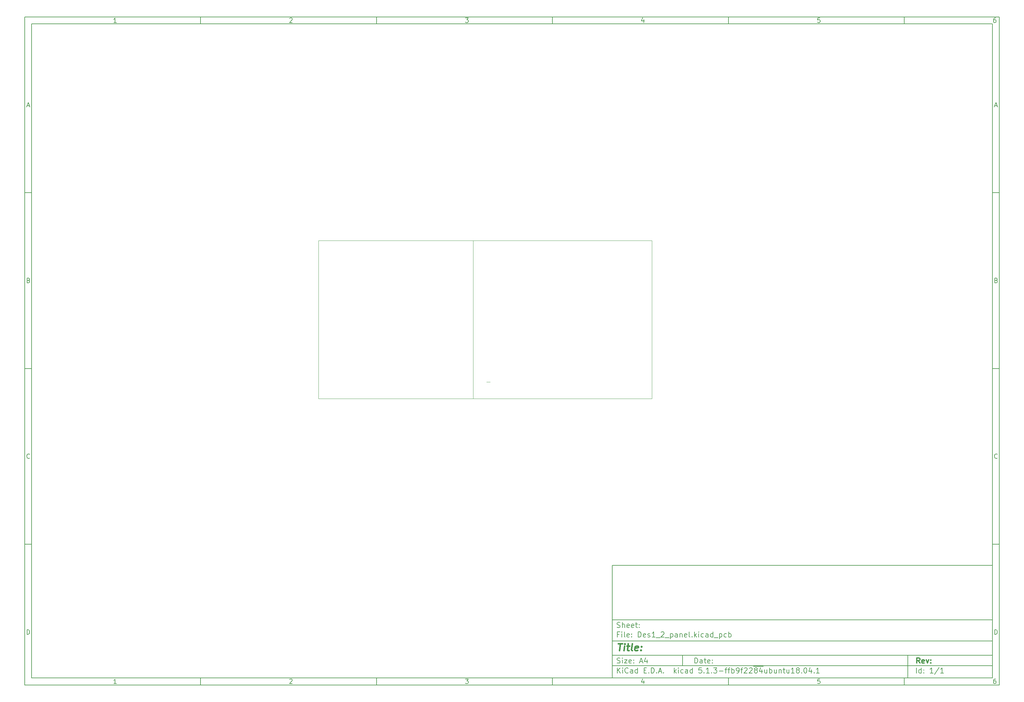
<source format=gbr>
%TF.GenerationSoftware,KiCad,Pcbnew,5.1.3-ffb9f22~84~ubuntu18.04.1*%
%TF.CreationDate,2019-07-26T17:01:45+03:00*%
%TF.ProjectId,Des1_2_panel,44657331-5f32-45f7-9061-6e656c2e6b69,rev?*%
%TF.SameCoordinates,Original*%
%TF.FileFunction,Profile,NP*%
%FSLAX45Y45*%
G04 Gerber Fmt 4.5, Leading zero omitted, Abs format (unit mm)*
G04 Created by KiCad (PCBNEW 5.1.3-ffb9f22~84~ubuntu18.04.1) date 2019-07-26 17:01:45*
%MOMM*%
%LPD*%
G04 APERTURE LIST*
%ADD10C,0.100000*%
%ADD11C,0.150000*%
%ADD12C,0.300000*%
%ADD13C,0.400000*%
G04 APERTURE END LIST*
D10*
D11*
X17700220Y-16600720D02*
X17700220Y-19800720D01*
X28500220Y-19800720D01*
X28500220Y-16600720D01*
X17700220Y-16600720D01*
D10*
D11*
X1000000Y-1000000D02*
X1000000Y-20000720D01*
X28700220Y-20000720D01*
X28700220Y-1000000D01*
X1000000Y-1000000D01*
D10*
D11*
X1200000Y-1200000D02*
X1200000Y-19800720D01*
X28500220Y-19800720D01*
X28500220Y-1200000D01*
X1200000Y-1200000D01*
D10*
D11*
X6000000Y-1200000D02*
X6000000Y-1000000D01*
D10*
D11*
X11000000Y-1200000D02*
X11000000Y-1000000D01*
D10*
D11*
X16000000Y-1200000D02*
X16000000Y-1000000D01*
D10*
D11*
X21000000Y-1200000D02*
X21000000Y-1000000D01*
D10*
D11*
X26000000Y-1200000D02*
X26000000Y-1000000D01*
D10*
D11*
X3606548Y-1158810D02*
X3532262Y-1158810D01*
X3569405Y-1158810D02*
X3569405Y-1028809D01*
X3557024Y-1047381D01*
X3544643Y-1059762D01*
X3532262Y-1065952D01*
D10*
D11*
X8532262Y-1041190D02*
X8538452Y-1035000D01*
X8550833Y-1028809D01*
X8581786Y-1028809D01*
X8594167Y-1035000D01*
X8600357Y-1041190D01*
X8606548Y-1053571D01*
X8606548Y-1065952D01*
X8600357Y-1084524D01*
X8526071Y-1158810D01*
X8606548Y-1158810D01*
D10*
D11*
X13526071Y-1028809D02*
X13606548Y-1028809D01*
X13563214Y-1078333D01*
X13581786Y-1078333D01*
X13594167Y-1084524D01*
X13600357Y-1090714D01*
X13606548Y-1103095D01*
X13606548Y-1134048D01*
X13600357Y-1146429D01*
X13594167Y-1152619D01*
X13581786Y-1158810D01*
X13544643Y-1158810D01*
X13532262Y-1152619D01*
X13526071Y-1146429D01*
D10*
D11*
X18594167Y-1072143D02*
X18594167Y-1158810D01*
X18563214Y-1022619D02*
X18532262Y-1115476D01*
X18612738Y-1115476D01*
D10*
D11*
X23600357Y-1028809D02*
X23538452Y-1028809D01*
X23532262Y-1090714D01*
X23538452Y-1084524D01*
X23550833Y-1078333D01*
X23581786Y-1078333D01*
X23594167Y-1084524D01*
X23600357Y-1090714D01*
X23606548Y-1103095D01*
X23606548Y-1134048D01*
X23600357Y-1146429D01*
X23594167Y-1152619D01*
X23581786Y-1158810D01*
X23550833Y-1158810D01*
X23538452Y-1152619D01*
X23532262Y-1146429D01*
D10*
D11*
X28594167Y-1028809D02*
X28569405Y-1028809D01*
X28557024Y-1035000D01*
X28550833Y-1041190D01*
X28538452Y-1059762D01*
X28532262Y-1084524D01*
X28532262Y-1134048D01*
X28538452Y-1146429D01*
X28544643Y-1152619D01*
X28557024Y-1158810D01*
X28581786Y-1158810D01*
X28594167Y-1152619D01*
X28600357Y-1146429D01*
X28606548Y-1134048D01*
X28606548Y-1103095D01*
X28600357Y-1090714D01*
X28594167Y-1084524D01*
X28581786Y-1078333D01*
X28557024Y-1078333D01*
X28544643Y-1084524D01*
X28538452Y-1090714D01*
X28532262Y-1103095D01*
D10*
D11*
X6000000Y-19800720D02*
X6000000Y-20000720D01*
D10*
D11*
X11000000Y-19800720D02*
X11000000Y-20000720D01*
D10*
D11*
X16000000Y-19800720D02*
X16000000Y-20000720D01*
D10*
D11*
X21000000Y-19800720D02*
X21000000Y-20000720D01*
D10*
D11*
X26000000Y-19800720D02*
X26000000Y-20000720D01*
D10*
D11*
X3606548Y-19959530D02*
X3532262Y-19959530D01*
X3569405Y-19959530D02*
X3569405Y-19829530D01*
X3557024Y-19848101D01*
X3544643Y-19860482D01*
X3532262Y-19866672D01*
D10*
D11*
X8532262Y-19841910D02*
X8538452Y-19835720D01*
X8550833Y-19829530D01*
X8581786Y-19829530D01*
X8594167Y-19835720D01*
X8600357Y-19841910D01*
X8606548Y-19854291D01*
X8606548Y-19866672D01*
X8600357Y-19885244D01*
X8526071Y-19959530D01*
X8606548Y-19959530D01*
D10*
D11*
X13526071Y-19829530D02*
X13606548Y-19829530D01*
X13563214Y-19879053D01*
X13581786Y-19879053D01*
X13594167Y-19885244D01*
X13600357Y-19891434D01*
X13606548Y-19903815D01*
X13606548Y-19934768D01*
X13600357Y-19947149D01*
X13594167Y-19953339D01*
X13581786Y-19959530D01*
X13544643Y-19959530D01*
X13532262Y-19953339D01*
X13526071Y-19947149D01*
D10*
D11*
X18594167Y-19872863D02*
X18594167Y-19959530D01*
X18563214Y-19823339D02*
X18532262Y-19916196D01*
X18612738Y-19916196D01*
D10*
D11*
X23600357Y-19829530D02*
X23538452Y-19829530D01*
X23532262Y-19891434D01*
X23538452Y-19885244D01*
X23550833Y-19879053D01*
X23581786Y-19879053D01*
X23594167Y-19885244D01*
X23600357Y-19891434D01*
X23606548Y-19903815D01*
X23606548Y-19934768D01*
X23600357Y-19947149D01*
X23594167Y-19953339D01*
X23581786Y-19959530D01*
X23550833Y-19959530D01*
X23538452Y-19953339D01*
X23532262Y-19947149D01*
D10*
D11*
X28594167Y-19829530D02*
X28569405Y-19829530D01*
X28557024Y-19835720D01*
X28550833Y-19841910D01*
X28538452Y-19860482D01*
X28532262Y-19885244D01*
X28532262Y-19934768D01*
X28538452Y-19947149D01*
X28544643Y-19953339D01*
X28557024Y-19959530D01*
X28581786Y-19959530D01*
X28594167Y-19953339D01*
X28600357Y-19947149D01*
X28606548Y-19934768D01*
X28606548Y-19903815D01*
X28600357Y-19891434D01*
X28594167Y-19885244D01*
X28581786Y-19879053D01*
X28557024Y-19879053D01*
X28544643Y-19885244D01*
X28538452Y-19891434D01*
X28532262Y-19903815D01*
D10*
D11*
X1000000Y-6000000D02*
X1200000Y-6000000D01*
D10*
D11*
X1000000Y-11000000D02*
X1200000Y-11000000D01*
D10*
D11*
X1000000Y-16000000D02*
X1200000Y-16000000D01*
D10*
D11*
X1069048Y-3521667D02*
X1130952Y-3521667D01*
X1056667Y-3558809D02*
X1100000Y-3428809D01*
X1143333Y-3558809D01*
D10*
D11*
X1109286Y-8490714D02*
X1127857Y-8496905D01*
X1134048Y-8503095D01*
X1140238Y-8515476D01*
X1140238Y-8534048D01*
X1134048Y-8546429D01*
X1127857Y-8552619D01*
X1115476Y-8558810D01*
X1065952Y-8558810D01*
X1065952Y-8428810D01*
X1109286Y-8428810D01*
X1121667Y-8435000D01*
X1127857Y-8441190D01*
X1134048Y-8453571D01*
X1134048Y-8465952D01*
X1127857Y-8478333D01*
X1121667Y-8484524D01*
X1109286Y-8490714D01*
X1065952Y-8490714D01*
D10*
D11*
X1140238Y-13546428D02*
X1134048Y-13552619D01*
X1115476Y-13558809D01*
X1103095Y-13558809D01*
X1084524Y-13552619D01*
X1072143Y-13540238D01*
X1065952Y-13527857D01*
X1059762Y-13503095D01*
X1059762Y-13484524D01*
X1065952Y-13459762D01*
X1072143Y-13447381D01*
X1084524Y-13435000D01*
X1103095Y-13428809D01*
X1115476Y-13428809D01*
X1134048Y-13435000D01*
X1140238Y-13441190D01*
D10*
D11*
X1065952Y-18558810D02*
X1065952Y-18428810D01*
X1096905Y-18428810D01*
X1115476Y-18435000D01*
X1127857Y-18447381D01*
X1134048Y-18459762D01*
X1140238Y-18484524D01*
X1140238Y-18503095D01*
X1134048Y-18527857D01*
X1127857Y-18540238D01*
X1115476Y-18552619D01*
X1096905Y-18558810D01*
X1065952Y-18558810D01*
D10*
D11*
X28700220Y-6000000D02*
X28500220Y-6000000D01*
D10*
D11*
X28700220Y-11000000D02*
X28500220Y-11000000D01*
D10*
D11*
X28700220Y-16000000D02*
X28500220Y-16000000D01*
D10*
D11*
X28569268Y-3521667D02*
X28631172Y-3521667D01*
X28556887Y-3558809D02*
X28600220Y-3428809D01*
X28643553Y-3558809D01*
D10*
D11*
X28609506Y-8490714D02*
X28628077Y-8496905D01*
X28634268Y-8503095D01*
X28640458Y-8515476D01*
X28640458Y-8534048D01*
X28634268Y-8546429D01*
X28628077Y-8552619D01*
X28615696Y-8558810D01*
X28566172Y-8558810D01*
X28566172Y-8428810D01*
X28609506Y-8428810D01*
X28621887Y-8435000D01*
X28628077Y-8441190D01*
X28634268Y-8453571D01*
X28634268Y-8465952D01*
X28628077Y-8478333D01*
X28621887Y-8484524D01*
X28609506Y-8490714D01*
X28566172Y-8490714D01*
D10*
D11*
X28640458Y-13546428D02*
X28634268Y-13552619D01*
X28615696Y-13558809D01*
X28603315Y-13558809D01*
X28584744Y-13552619D01*
X28572363Y-13540238D01*
X28566172Y-13527857D01*
X28559982Y-13503095D01*
X28559982Y-13484524D01*
X28566172Y-13459762D01*
X28572363Y-13447381D01*
X28584744Y-13435000D01*
X28603315Y-13428809D01*
X28615696Y-13428809D01*
X28634268Y-13435000D01*
X28640458Y-13441190D01*
D10*
D11*
X28566172Y-18558810D02*
X28566172Y-18428810D01*
X28597125Y-18428810D01*
X28615696Y-18435000D01*
X28628077Y-18447381D01*
X28634268Y-18459762D01*
X28640458Y-18484524D01*
X28640458Y-18503095D01*
X28634268Y-18527857D01*
X28628077Y-18540238D01*
X28615696Y-18552619D01*
X28597125Y-18558810D01*
X28566172Y-18558810D01*
D10*
D11*
X20043434Y-19378577D02*
X20043434Y-19228577D01*
X20079149Y-19228577D01*
X20100577Y-19235720D01*
X20114863Y-19250006D01*
X20122006Y-19264291D01*
X20129149Y-19292863D01*
X20129149Y-19314291D01*
X20122006Y-19342863D01*
X20114863Y-19357149D01*
X20100577Y-19371434D01*
X20079149Y-19378577D01*
X20043434Y-19378577D01*
X20257720Y-19378577D02*
X20257720Y-19300006D01*
X20250577Y-19285720D01*
X20236291Y-19278577D01*
X20207720Y-19278577D01*
X20193434Y-19285720D01*
X20257720Y-19371434D02*
X20243434Y-19378577D01*
X20207720Y-19378577D01*
X20193434Y-19371434D01*
X20186291Y-19357149D01*
X20186291Y-19342863D01*
X20193434Y-19328577D01*
X20207720Y-19321434D01*
X20243434Y-19321434D01*
X20257720Y-19314291D01*
X20307720Y-19278577D02*
X20364863Y-19278577D01*
X20329149Y-19228577D02*
X20329149Y-19357149D01*
X20336291Y-19371434D01*
X20350577Y-19378577D01*
X20364863Y-19378577D01*
X20472006Y-19371434D02*
X20457720Y-19378577D01*
X20429149Y-19378577D01*
X20414863Y-19371434D01*
X20407720Y-19357149D01*
X20407720Y-19300006D01*
X20414863Y-19285720D01*
X20429149Y-19278577D01*
X20457720Y-19278577D01*
X20472006Y-19285720D01*
X20479149Y-19300006D01*
X20479149Y-19314291D01*
X20407720Y-19328577D01*
X20543434Y-19364291D02*
X20550577Y-19371434D01*
X20543434Y-19378577D01*
X20536291Y-19371434D01*
X20543434Y-19364291D01*
X20543434Y-19378577D01*
X20543434Y-19285720D02*
X20550577Y-19292863D01*
X20543434Y-19300006D01*
X20536291Y-19292863D01*
X20543434Y-19285720D01*
X20543434Y-19300006D01*
D10*
D11*
X17700220Y-19450720D02*
X28500220Y-19450720D01*
D10*
D11*
X17843434Y-19658577D02*
X17843434Y-19508577D01*
X17929149Y-19658577D02*
X17864863Y-19572863D01*
X17929149Y-19508577D02*
X17843434Y-19594291D01*
X17993434Y-19658577D02*
X17993434Y-19558577D01*
X17993434Y-19508577D02*
X17986291Y-19515720D01*
X17993434Y-19522863D01*
X18000577Y-19515720D01*
X17993434Y-19508577D01*
X17993434Y-19522863D01*
X18150577Y-19644291D02*
X18143434Y-19651434D01*
X18122006Y-19658577D01*
X18107720Y-19658577D01*
X18086291Y-19651434D01*
X18072006Y-19637149D01*
X18064863Y-19622863D01*
X18057720Y-19594291D01*
X18057720Y-19572863D01*
X18064863Y-19544291D01*
X18072006Y-19530006D01*
X18086291Y-19515720D01*
X18107720Y-19508577D01*
X18122006Y-19508577D01*
X18143434Y-19515720D01*
X18150577Y-19522863D01*
X18279149Y-19658577D02*
X18279149Y-19580006D01*
X18272006Y-19565720D01*
X18257720Y-19558577D01*
X18229149Y-19558577D01*
X18214863Y-19565720D01*
X18279149Y-19651434D02*
X18264863Y-19658577D01*
X18229149Y-19658577D01*
X18214863Y-19651434D01*
X18207720Y-19637149D01*
X18207720Y-19622863D01*
X18214863Y-19608577D01*
X18229149Y-19601434D01*
X18264863Y-19601434D01*
X18279149Y-19594291D01*
X18414863Y-19658577D02*
X18414863Y-19508577D01*
X18414863Y-19651434D02*
X18400577Y-19658577D01*
X18372006Y-19658577D01*
X18357720Y-19651434D01*
X18350577Y-19644291D01*
X18343434Y-19630006D01*
X18343434Y-19587149D01*
X18350577Y-19572863D01*
X18357720Y-19565720D01*
X18372006Y-19558577D01*
X18400577Y-19558577D01*
X18414863Y-19565720D01*
X18600577Y-19580006D02*
X18650577Y-19580006D01*
X18672006Y-19658577D02*
X18600577Y-19658577D01*
X18600577Y-19508577D01*
X18672006Y-19508577D01*
X18736291Y-19644291D02*
X18743434Y-19651434D01*
X18736291Y-19658577D01*
X18729149Y-19651434D01*
X18736291Y-19644291D01*
X18736291Y-19658577D01*
X18807720Y-19658577D02*
X18807720Y-19508577D01*
X18843434Y-19508577D01*
X18864863Y-19515720D01*
X18879149Y-19530006D01*
X18886291Y-19544291D01*
X18893434Y-19572863D01*
X18893434Y-19594291D01*
X18886291Y-19622863D01*
X18879149Y-19637149D01*
X18864863Y-19651434D01*
X18843434Y-19658577D01*
X18807720Y-19658577D01*
X18957720Y-19644291D02*
X18964863Y-19651434D01*
X18957720Y-19658577D01*
X18950577Y-19651434D01*
X18957720Y-19644291D01*
X18957720Y-19658577D01*
X19022006Y-19615720D02*
X19093434Y-19615720D01*
X19007720Y-19658577D02*
X19057720Y-19508577D01*
X19107720Y-19658577D01*
X19157720Y-19644291D02*
X19164863Y-19651434D01*
X19157720Y-19658577D01*
X19150577Y-19651434D01*
X19157720Y-19644291D01*
X19157720Y-19658577D01*
X19457720Y-19658577D02*
X19457720Y-19508577D01*
X19472006Y-19601434D02*
X19514863Y-19658577D01*
X19514863Y-19558577D02*
X19457720Y-19615720D01*
X19579149Y-19658577D02*
X19579149Y-19558577D01*
X19579149Y-19508577D02*
X19572006Y-19515720D01*
X19579149Y-19522863D01*
X19586291Y-19515720D01*
X19579149Y-19508577D01*
X19579149Y-19522863D01*
X19714863Y-19651434D02*
X19700577Y-19658577D01*
X19672006Y-19658577D01*
X19657720Y-19651434D01*
X19650577Y-19644291D01*
X19643434Y-19630006D01*
X19643434Y-19587149D01*
X19650577Y-19572863D01*
X19657720Y-19565720D01*
X19672006Y-19558577D01*
X19700577Y-19558577D01*
X19714863Y-19565720D01*
X19843434Y-19658577D02*
X19843434Y-19580006D01*
X19836291Y-19565720D01*
X19822006Y-19558577D01*
X19793434Y-19558577D01*
X19779149Y-19565720D01*
X19843434Y-19651434D02*
X19829149Y-19658577D01*
X19793434Y-19658577D01*
X19779149Y-19651434D01*
X19772006Y-19637149D01*
X19772006Y-19622863D01*
X19779149Y-19608577D01*
X19793434Y-19601434D01*
X19829149Y-19601434D01*
X19843434Y-19594291D01*
X19979149Y-19658577D02*
X19979149Y-19508577D01*
X19979149Y-19651434D02*
X19964863Y-19658577D01*
X19936291Y-19658577D01*
X19922006Y-19651434D01*
X19914863Y-19644291D01*
X19907720Y-19630006D01*
X19907720Y-19587149D01*
X19914863Y-19572863D01*
X19922006Y-19565720D01*
X19936291Y-19558577D01*
X19964863Y-19558577D01*
X19979149Y-19565720D01*
X20236291Y-19508577D02*
X20164863Y-19508577D01*
X20157720Y-19580006D01*
X20164863Y-19572863D01*
X20179149Y-19565720D01*
X20214863Y-19565720D01*
X20229149Y-19572863D01*
X20236291Y-19580006D01*
X20243434Y-19594291D01*
X20243434Y-19630006D01*
X20236291Y-19644291D01*
X20229149Y-19651434D01*
X20214863Y-19658577D01*
X20179149Y-19658577D01*
X20164863Y-19651434D01*
X20157720Y-19644291D01*
X20307720Y-19644291D02*
X20314863Y-19651434D01*
X20307720Y-19658577D01*
X20300577Y-19651434D01*
X20307720Y-19644291D01*
X20307720Y-19658577D01*
X20457720Y-19658577D02*
X20372006Y-19658577D01*
X20414863Y-19658577D02*
X20414863Y-19508577D01*
X20400577Y-19530006D01*
X20386291Y-19544291D01*
X20372006Y-19551434D01*
X20522006Y-19644291D02*
X20529149Y-19651434D01*
X20522006Y-19658577D01*
X20514863Y-19651434D01*
X20522006Y-19644291D01*
X20522006Y-19658577D01*
X20579149Y-19508577D02*
X20672006Y-19508577D01*
X20622006Y-19565720D01*
X20643434Y-19565720D01*
X20657720Y-19572863D01*
X20664863Y-19580006D01*
X20672006Y-19594291D01*
X20672006Y-19630006D01*
X20664863Y-19644291D01*
X20657720Y-19651434D01*
X20643434Y-19658577D01*
X20600577Y-19658577D01*
X20586291Y-19651434D01*
X20579149Y-19644291D01*
X20736291Y-19601434D02*
X20850577Y-19601434D01*
X20900577Y-19558577D02*
X20957720Y-19558577D01*
X20922006Y-19658577D02*
X20922006Y-19530006D01*
X20929149Y-19515720D01*
X20943434Y-19508577D01*
X20957720Y-19508577D01*
X20986291Y-19558577D02*
X21043434Y-19558577D01*
X21007720Y-19658577D02*
X21007720Y-19530006D01*
X21014863Y-19515720D01*
X21029149Y-19508577D01*
X21043434Y-19508577D01*
X21093434Y-19658577D02*
X21093434Y-19508577D01*
X21093434Y-19565720D02*
X21107720Y-19558577D01*
X21136291Y-19558577D01*
X21150577Y-19565720D01*
X21157720Y-19572863D01*
X21164863Y-19587149D01*
X21164863Y-19630006D01*
X21157720Y-19644291D01*
X21150577Y-19651434D01*
X21136291Y-19658577D01*
X21107720Y-19658577D01*
X21093434Y-19651434D01*
X21236291Y-19658577D02*
X21264863Y-19658577D01*
X21279149Y-19651434D01*
X21286291Y-19644291D01*
X21300577Y-19622863D01*
X21307720Y-19594291D01*
X21307720Y-19537149D01*
X21300577Y-19522863D01*
X21293434Y-19515720D01*
X21279149Y-19508577D01*
X21250577Y-19508577D01*
X21236291Y-19515720D01*
X21229149Y-19522863D01*
X21222006Y-19537149D01*
X21222006Y-19572863D01*
X21229149Y-19587149D01*
X21236291Y-19594291D01*
X21250577Y-19601434D01*
X21279149Y-19601434D01*
X21293434Y-19594291D01*
X21300577Y-19587149D01*
X21307720Y-19572863D01*
X21350577Y-19558577D02*
X21407720Y-19558577D01*
X21372006Y-19658577D02*
X21372006Y-19530006D01*
X21379149Y-19515720D01*
X21393434Y-19508577D01*
X21407720Y-19508577D01*
X21450577Y-19522863D02*
X21457720Y-19515720D01*
X21472006Y-19508577D01*
X21507720Y-19508577D01*
X21522006Y-19515720D01*
X21529149Y-19522863D01*
X21536291Y-19537149D01*
X21536291Y-19551434D01*
X21529149Y-19572863D01*
X21443434Y-19658577D01*
X21536291Y-19658577D01*
X21593434Y-19522863D02*
X21600577Y-19515720D01*
X21614863Y-19508577D01*
X21650577Y-19508577D01*
X21664863Y-19515720D01*
X21672006Y-19522863D01*
X21679149Y-19537149D01*
X21679149Y-19551434D01*
X21672006Y-19572863D01*
X21586291Y-19658577D01*
X21679149Y-19658577D01*
X21707720Y-19467720D02*
X21850577Y-19467720D01*
X21764863Y-19572863D02*
X21750577Y-19565720D01*
X21743434Y-19558577D01*
X21736291Y-19544291D01*
X21736291Y-19537149D01*
X21743434Y-19522863D01*
X21750577Y-19515720D01*
X21764863Y-19508577D01*
X21793434Y-19508577D01*
X21807720Y-19515720D01*
X21814863Y-19522863D01*
X21822006Y-19537149D01*
X21822006Y-19544291D01*
X21814863Y-19558577D01*
X21807720Y-19565720D01*
X21793434Y-19572863D01*
X21764863Y-19572863D01*
X21750577Y-19580006D01*
X21743434Y-19587149D01*
X21736291Y-19601434D01*
X21736291Y-19630006D01*
X21743434Y-19644291D01*
X21750577Y-19651434D01*
X21764863Y-19658577D01*
X21793434Y-19658577D01*
X21807720Y-19651434D01*
X21814863Y-19644291D01*
X21822006Y-19630006D01*
X21822006Y-19601434D01*
X21814863Y-19587149D01*
X21807720Y-19580006D01*
X21793434Y-19572863D01*
X21850577Y-19467720D02*
X21993434Y-19467720D01*
X21950577Y-19558577D02*
X21950577Y-19658577D01*
X21914863Y-19501434D02*
X21879149Y-19608577D01*
X21972006Y-19608577D01*
X22093434Y-19558577D02*
X22093434Y-19658577D01*
X22029149Y-19558577D02*
X22029149Y-19637149D01*
X22036291Y-19651434D01*
X22050577Y-19658577D01*
X22072006Y-19658577D01*
X22086291Y-19651434D01*
X22093434Y-19644291D01*
X22164863Y-19658577D02*
X22164863Y-19508577D01*
X22164863Y-19565720D02*
X22179149Y-19558577D01*
X22207720Y-19558577D01*
X22222006Y-19565720D01*
X22229149Y-19572863D01*
X22236291Y-19587149D01*
X22236291Y-19630006D01*
X22229149Y-19644291D01*
X22222006Y-19651434D01*
X22207720Y-19658577D01*
X22179149Y-19658577D01*
X22164863Y-19651434D01*
X22364863Y-19558577D02*
X22364863Y-19658577D01*
X22300577Y-19558577D02*
X22300577Y-19637149D01*
X22307720Y-19651434D01*
X22322006Y-19658577D01*
X22343434Y-19658577D01*
X22357720Y-19651434D01*
X22364863Y-19644291D01*
X22436291Y-19558577D02*
X22436291Y-19658577D01*
X22436291Y-19572863D02*
X22443434Y-19565720D01*
X22457720Y-19558577D01*
X22479148Y-19558577D01*
X22493434Y-19565720D01*
X22500577Y-19580006D01*
X22500577Y-19658577D01*
X22550577Y-19558577D02*
X22607720Y-19558577D01*
X22572006Y-19508577D02*
X22572006Y-19637149D01*
X22579148Y-19651434D01*
X22593434Y-19658577D01*
X22607720Y-19658577D01*
X22722006Y-19558577D02*
X22722006Y-19658577D01*
X22657720Y-19558577D02*
X22657720Y-19637149D01*
X22664863Y-19651434D01*
X22679148Y-19658577D01*
X22700577Y-19658577D01*
X22714863Y-19651434D01*
X22722006Y-19644291D01*
X22872006Y-19658577D02*
X22786291Y-19658577D01*
X22829148Y-19658577D02*
X22829148Y-19508577D01*
X22814863Y-19530006D01*
X22800577Y-19544291D01*
X22786291Y-19551434D01*
X22957720Y-19572863D02*
X22943434Y-19565720D01*
X22936291Y-19558577D01*
X22929148Y-19544291D01*
X22929148Y-19537149D01*
X22936291Y-19522863D01*
X22943434Y-19515720D01*
X22957720Y-19508577D01*
X22986291Y-19508577D01*
X23000577Y-19515720D01*
X23007720Y-19522863D01*
X23014863Y-19537149D01*
X23014863Y-19544291D01*
X23007720Y-19558577D01*
X23000577Y-19565720D01*
X22986291Y-19572863D01*
X22957720Y-19572863D01*
X22943434Y-19580006D01*
X22936291Y-19587149D01*
X22929148Y-19601434D01*
X22929148Y-19630006D01*
X22936291Y-19644291D01*
X22943434Y-19651434D01*
X22957720Y-19658577D01*
X22986291Y-19658577D01*
X23000577Y-19651434D01*
X23007720Y-19644291D01*
X23014863Y-19630006D01*
X23014863Y-19601434D01*
X23007720Y-19587149D01*
X23000577Y-19580006D01*
X22986291Y-19572863D01*
X23079148Y-19644291D02*
X23086291Y-19651434D01*
X23079148Y-19658577D01*
X23072006Y-19651434D01*
X23079148Y-19644291D01*
X23079148Y-19658577D01*
X23179148Y-19508577D02*
X23193434Y-19508577D01*
X23207720Y-19515720D01*
X23214863Y-19522863D01*
X23222006Y-19537149D01*
X23229148Y-19565720D01*
X23229148Y-19601434D01*
X23222006Y-19630006D01*
X23214863Y-19644291D01*
X23207720Y-19651434D01*
X23193434Y-19658577D01*
X23179148Y-19658577D01*
X23164863Y-19651434D01*
X23157720Y-19644291D01*
X23150577Y-19630006D01*
X23143434Y-19601434D01*
X23143434Y-19565720D01*
X23150577Y-19537149D01*
X23157720Y-19522863D01*
X23164863Y-19515720D01*
X23179148Y-19508577D01*
X23357720Y-19558577D02*
X23357720Y-19658577D01*
X23322006Y-19501434D02*
X23286291Y-19608577D01*
X23379148Y-19608577D01*
X23436291Y-19644291D02*
X23443434Y-19651434D01*
X23436291Y-19658577D01*
X23429148Y-19651434D01*
X23436291Y-19644291D01*
X23436291Y-19658577D01*
X23586291Y-19658577D02*
X23500577Y-19658577D01*
X23543434Y-19658577D02*
X23543434Y-19508577D01*
X23529148Y-19530006D01*
X23514863Y-19544291D01*
X23500577Y-19551434D01*
D10*
D11*
X17700220Y-19150720D02*
X28500220Y-19150720D01*
D10*
D12*
X26441148Y-19378577D02*
X26391148Y-19307149D01*
X26355434Y-19378577D02*
X26355434Y-19228577D01*
X26412577Y-19228577D01*
X26426863Y-19235720D01*
X26434006Y-19242863D01*
X26441148Y-19257149D01*
X26441148Y-19278577D01*
X26434006Y-19292863D01*
X26426863Y-19300006D01*
X26412577Y-19307149D01*
X26355434Y-19307149D01*
X26562577Y-19371434D02*
X26548291Y-19378577D01*
X26519720Y-19378577D01*
X26505434Y-19371434D01*
X26498291Y-19357149D01*
X26498291Y-19300006D01*
X26505434Y-19285720D01*
X26519720Y-19278577D01*
X26548291Y-19278577D01*
X26562577Y-19285720D01*
X26569720Y-19300006D01*
X26569720Y-19314291D01*
X26498291Y-19328577D01*
X26619720Y-19278577D02*
X26655434Y-19378577D01*
X26691148Y-19278577D01*
X26748291Y-19364291D02*
X26755434Y-19371434D01*
X26748291Y-19378577D01*
X26741148Y-19371434D01*
X26748291Y-19364291D01*
X26748291Y-19378577D01*
X26748291Y-19285720D02*
X26755434Y-19292863D01*
X26748291Y-19300006D01*
X26741148Y-19292863D01*
X26748291Y-19285720D01*
X26748291Y-19300006D01*
D10*
D11*
X17836291Y-19371434D02*
X17857720Y-19378577D01*
X17893434Y-19378577D01*
X17907720Y-19371434D01*
X17914863Y-19364291D01*
X17922006Y-19350006D01*
X17922006Y-19335720D01*
X17914863Y-19321434D01*
X17907720Y-19314291D01*
X17893434Y-19307149D01*
X17864863Y-19300006D01*
X17850577Y-19292863D01*
X17843434Y-19285720D01*
X17836291Y-19271434D01*
X17836291Y-19257149D01*
X17843434Y-19242863D01*
X17850577Y-19235720D01*
X17864863Y-19228577D01*
X17900577Y-19228577D01*
X17922006Y-19235720D01*
X17986291Y-19378577D02*
X17986291Y-19278577D01*
X17986291Y-19228577D02*
X17979149Y-19235720D01*
X17986291Y-19242863D01*
X17993434Y-19235720D01*
X17986291Y-19228577D01*
X17986291Y-19242863D01*
X18043434Y-19278577D02*
X18122006Y-19278577D01*
X18043434Y-19378577D01*
X18122006Y-19378577D01*
X18236291Y-19371434D02*
X18222006Y-19378577D01*
X18193434Y-19378577D01*
X18179149Y-19371434D01*
X18172006Y-19357149D01*
X18172006Y-19300006D01*
X18179149Y-19285720D01*
X18193434Y-19278577D01*
X18222006Y-19278577D01*
X18236291Y-19285720D01*
X18243434Y-19300006D01*
X18243434Y-19314291D01*
X18172006Y-19328577D01*
X18307720Y-19364291D02*
X18314863Y-19371434D01*
X18307720Y-19378577D01*
X18300577Y-19371434D01*
X18307720Y-19364291D01*
X18307720Y-19378577D01*
X18307720Y-19285720D02*
X18314863Y-19292863D01*
X18307720Y-19300006D01*
X18300577Y-19292863D01*
X18307720Y-19285720D01*
X18307720Y-19300006D01*
X18486291Y-19335720D02*
X18557720Y-19335720D01*
X18472006Y-19378577D02*
X18522006Y-19228577D01*
X18572006Y-19378577D01*
X18686291Y-19278577D02*
X18686291Y-19378577D01*
X18650577Y-19221434D02*
X18614863Y-19328577D01*
X18707720Y-19328577D01*
D10*
D11*
X26343434Y-19658577D02*
X26343434Y-19508577D01*
X26479148Y-19658577D02*
X26479148Y-19508577D01*
X26479148Y-19651434D02*
X26464863Y-19658577D01*
X26436291Y-19658577D01*
X26422006Y-19651434D01*
X26414863Y-19644291D01*
X26407720Y-19630006D01*
X26407720Y-19587149D01*
X26414863Y-19572863D01*
X26422006Y-19565720D01*
X26436291Y-19558577D01*
X26464863Y-19558577D01*
X26479148Y-19565720D01*
X26550577Y-19644291D02*
X26557720Y-19651434D01*
X26550577Y-19658577D01*
X26543434Y-19651434D01*
X26550577Y-19644291D01*
X26550577Y-19658577D01*
X26550577Y-19565720D02*
X26557720Y-19572863D01*
X26550577Y-19580006D01*
X26543434Y-19572863D01*
X26550577Y-19565720D01*
X26550577Y-19580006D01*
X26814863Y-19658577D02*
X26729148Y-19658577D01*
X26772006Y-19658577D02*
X26772006Y-19508577D01*
X26757720Y-19530006D01*
X26743434Y-19544291D01*
X26729148Y-19551434D01*
X26986291Y-19501434D02*
X26857720Y-19694291D01*
X27114863Y-19658577D02*
X27029148Y-19658577D01*
X27072006Y-19658577D02*
X27072006Y-19508577D01*
X27057720Y-19530006D01*
X27043434Y-19544291D01*
X27029148Y-19551434D01*
D10*
D11*
X17700220Y-18750720D02*
X28500220Y-18750720D01*
D10*
D13*
X17871458Y-18821196D02*
X17985744Y-18821196D01*
X17903601Y-19021196D02*
X17928601Y-18821196D01*
X18027410Y-19021196D02*
X18044077Y-18887863D01*
X18052410Y-18821196D02*
X18041696Y-18830720D01*
X18050030Y-18840244D01*
X18060744Y-18830720D01*
X18052410Y-18821196D01*
X18050030Y-18840244D01*
X18110744Y-18887863D02*
X18186934Y-18887863D01*
X18147649Y-18821196D02*
X18126220Y-18992625D01*
X18133363Y-19011672D01*
X18151220Y-19021196D01*
X18170268Y-19021196D01*
X18265506Y-19021196D02*
X18247649Y-19011672D01*
X18240506Y-18992625D01*
X18261934Y-18821196D01*
X18419077Y-19011672D02*
X18398839Y-19021196D01*
X18360744Y-19021196D01*
X18342887Y-19011672D01*
X18335744Y-18992625D01*
X18345268Y-18916434D01*
X18357172Y-18897387D01*
X18377410Y-18887863D01*
X18415506Y-18887863D01*
X18433363Y-18897387D01*
X18440506Y-18916434D01*
X18438125Y-18935482D01*
X18340506Y-18954530D01*
X18515506Y-19002149D02*
X18523839Y-19011672D01*
X18513125Y-19021196D01*
X18504791Y-19011672D01*
X18515506Y-19002149D01*
X18513125Y-19021196D01*
X18528601Y-18897387D02*
X18536934Y-18906910D01*
X18526220Y-18916434D01*
X18517887Y-18906910D01*
X18528601Y-18897387D01*
X18526220Y-18916434D01*
D10*
D11*
X17893434Y-18560006D02*
X17843434Y-18560006D01*
X17843434Y-18638577D02*
X17843434Y-18488577D01*
X17914863Y-18488577D01*
X17972006Y-18638577D02*
X17972006Y-18538577D01*
X17972006Y-18488577D02*
X17964863Y-18495720D01*
X17972006Y-18502863D01*
X17979149Y-18495720D01*
X17972006Y-18488577D01*
X17972006Y-18502863D01*
X18064863Y-18638577D02*
X18050577Y-18631434D01*
X18043434Y-18617149D01*
X18043434Y-18488577D01*
X18179149Y-18631434D02*
X18164863Y-18638577D01*
X18136291Y-18638577D01*
X18122006Y-18631434D01*
X18114863Y-18617149D01*
X18114863Y-18560006D01*
X18122006Y-18545720D01*
X18136291Y-18538577D01*
X18164863Y-18538577D01*
X18179149Y-18545720D01*
X18186291Y-18560006D01*
X18186291Y-18574291D01*
X18114863Y-18588577D01*
X18250577Y-18624291D02*
X18257720Y-18631434D01*
X18250577Y-18638577D01*
X18243434Y-18631434D01*
X18250577Y-18624291D01*
X18250577Y-18638577D01*
X18250577Y-18545720D02*
X18257720Y-18552863D01*
X18250577Y-18560006D01*
X18243434Y-18552863D01*
X18250577Y-18545720D01*
X18250577Y-18560006D01*
X18436291Y-18638577D02*
X18436291Y-18488577D01*
X18472006Y-18488577D01*
X18493434Y-18495720D01*
X18507720Y-18510006D01*
X18514863Y-18524291D01*
X18522006Y-18552863D01*
X18522006Y-18574291D01*
X18514863Y-18602863D01*
X18507720Y-18617149D01*
X18493434Y-18631434D01*
X18472006Y-18638577D01*
X18436291Y-18638577D01*
X18643434Y-18631434D02*
X18629149Y-18638577D01*
X18600577Y-18638577D01*
X18586291Y-18631434D01*
X18579149Y-18617149D01*
X18579149Y-18560006D01*
X18586291Y-18545720D01*
X18600577Y-18538577D01*
X18629149Y-18538577D01*
X18643434Y-18545720D01*
X18650577Y-18560006D01*
X18650577Y-18574291D01*
X18579149Y-18588577D01*
X18707720Y-18631434D02*
X18722006Y-18638577D01*
X18750577Y-18638577D01*
X18764863Y-18631434D01*
X18772006Y-18617149D01*
X18772006Y-18610006D01*
X18764863Y-18595720D01*
X18750577Y-18588577D01*
X18729149Y-18588577D01*
X18714863Y-18581434D01*
X18707720Y-18567149D01*
X18707720Y-18560006D01*
X18714863Y-18545720D01*
X18729149Y-18538577D01*
X18750577Y-18538577D01*
X18764863Y-18545720D01*
X18914863Y-18638577D02*
X18829149Y-18638577D01*
X18872006Y-18638577D02*
X18872006Y-18488577D01*
X18857720Y-18510006D01*
X18843434Y-18524291D01*
X18829149Y-18531434D01*
X18943434Y-18652863D02*
X19057720Y-18652863D01*
X19086291Y-18502863D02*
X19093434Y-18495720D01*
X19107720Y-18488577D01*
X19143434Y-18488577D01*
X19157720Y-18495720D01*
X19164863Y-18502863D01*
X19172006Y-18517149D01*
X19172006Y-18531434D01*
X19164863Y-18552863D01*
X19079149Y-18638577D01*
X19172006Y-18638577D01*
X19200577Y-18652863D02*
X19314863Y-18652863D01*
X19350577Y-18538577D02*
X19350577Y-18688577D01*
X19350577Y-18545720D02*
X19364863Y-18538577D01*
X19393434Y-18538577D01*
X19407720Y-18545720D01*
X19414863Y-18552863D01*
X19422006Y-18567149D01*
X19422006Y-18610006D01*
X19414863Y-18624291D01*
X19407720Y-18631434D01*
X19393434Y-18638577D01*
X19364863Y-18638577D01*
X19350577Y-18631434D01*
X19550577Y-18638577D02*
X19550577Y-18560006D01*
X19543434Y-18545720D01*
X19529149Y-18538577D01*
X19500577Y-18538577D01*
X19486291Y-18545720D01*
X19550577Y-18631434D02*
X19536291Y-18638577D01*
X19500577Y-18638577D01*
X19486291Y-18631434D01*
X19479149Y-18617149D01*
X19479149Y-18602863D01*
X19486291Y-18588577D01*
X19500577Y-18581434D01*
X19536291Y-18581434D01*
X19550577Y-18574291D01*
X19622006Y-18538577D02*
X19622006Y-18638577D01*
X19622006Y-18552863D02*
X19629149Y-18545720D01*
X19643434Y-18538577D01*
X19664863Y-18538577D01*
X19679149Y-18545720D01*
X19686291Y-18560006D01*
X19686291Y-18638577D01*
X19814863Y-18631434D02*
X19800577Y-18638577D01*
X19772006Y-18638577D01*
X19757720Y-18631434D01*
X19750577Y-18617149D01*
X19750577Y-18560006D01*
X19757720Y-18545720D01*
X19772006Y-18538577D01*
X19800577Y-18538577D01*
X19814863Y-18545720D01*
X19822006Y-18560006D01*
X19822006Y-18574291D01*
X19750577Y-18588577D01*
X19907720Y-18638577D02*
X19893434Y-18631434D01*
X19886291Y-18617149D01*
X19886291Y-18488577D01*
X19964863Y-18624291D02*
X19972006Y-18631434D01*
X19964863Y-18638577D01*
X19957720Y-18631434D01*
X19964863Y-18624291D01*
X19964863Y-18638577D01*
X20036291Y-18638577D02*
X20036291Y-18488577D01*
X20050577Y-18581434D02*
X20093434Y-18638577D01*
X20093434Y-18538577D02*
X20036291Y-18595720D01*
X20157720Y-18638577D02*
X20157720Y-18538577D01*
X20157720Y-18488577D02*
X20150577Y-18495720D01*
X20157720Y-18502863D01*
X20164863Y-18495720D01*
X20157720Y-18488577D01*
X20157720Y-18502863D01*
X20293434Y-18631434D02*
X20279149Y-18638577D01*
X20250577Y-18638577D01*
X20236291Y-18631434D01*
X20229149Y-18624291D01*
X20222006Y-18610006D01*
X20222006Y-18567149D01*
X20229149Y-18552863D01*
X20236291Y-18545720D01*
X20250577Y-18538577D01*
X20279149Y-18538577D01*
X20293434Y-18545720D01*
X20422006Y-18638577D02*
X20422006Y-18560006D01*
X20414863Y-18545720D01*
X20400577Y-18538577D01*
X20372006Y-18538577D01*
X20357720Y-18545720D01*
X20422006Y-18631434D02*
X20407720Y-18638577D01*
X20372006Y-18638577D01*
X20357720Y-18631434D01*
X20350577Y-18617149D01*
X20350577Y-18602863D01*
X20357720Y-18588577D01*
X20372006Y-18581434D01*
X20407720Y-18581434D01*
X20422006Y-18574291D01*
X20557720Y-18638577D02*
X20557720Y-18488577D01*
X20557720Y-18631434D02*
X20543434Y-18638577D01*
X20514863Y-18638577D01*
X20500577Y-18631434D01*
X20493434Y-18624291D01*
X20486291Y-18610006D01*
X20486291Y-18567149D01*
X20493434Y-18552863D01*
X20500577Y-18545720D01*
X20514863Y-18538577D01*
X20543434Y-18538577D01*
X20557720Y-18545720D01*
X20593434Y-18652863D02*
X20707720Y-18652863D01*
X20743434Y-18538577D02*
X20743434Y-18688577D01*
X20743434Y-18545720D02*
X20757720Y-18538577D01*
X20786291Y-18538577D01*
X20800577Y-18545720D01*
X20807720Y-18552863D01*
X20814863Y-18567149D01*
X20814863Y-18610006D01*
X20807720Y-18624291D01*
X20800577Y-18631434D01*
X20786291Y-18638577D01*
X20757720Y-18638577D01*
X20743434Y-18631434D01*
X20943434Y-18631434D02*
X20929149Y-18638577D01*
X20900577Y-18638577D01*
X20886291Y-18631434D01*
X20879149Y-18624291D01*
X20872006Y-18610006D01*
X20872006Y-18567149D01*
X20879149Y-18552863D01*
X20886291Y-18545720D01*
X20900577Y-18538577D01*
X20929149Y-18538577D01*
X20943434Y-18545720D01*
X21007720Y-18638577D02*
X21007720Y-18488577D01*
X21007720Y-18545720D02*
X21022006Y-18538577D01*
X21050577Y-18538577D01*
X21064863Y-18545720D01*
X21072006Y-18552863D01*
X21079149Y-18567149D01*
X21079149Y-18610006D01*
X21072006Y-18624291D01*
X21064863Y-18631434D01*
X21050577Y-18638577D01*
X21022006Y-18638577D01*
X21007720Y-18631434D01*
D10*
D11*
X17700220Y-18150720D02*
X28500220Y-18150720D01*
D10*
D11*
X17836291Y-18361434D02*
X17857720Y-18368577D01*
X17893434Y-18368577D01*
X17907720Y-18361434D01*
X17914863Y-18354291D01*
X17922006Y-18340006D01*
X17922006Y-18325720D01*
X17914863Y-18311434D01*
X17907720Y-18304291D01*
X17893434Y-18297149D01*
X17864863Y-18290006D01*
X17850577Y-18282863D01*
X17843434Y-18275720D01*
X17836291Y-18261434D01*
X17836291Y-18247149D01*
X17843434Y-18232863D01*
X17850577Y-18225720D01*
X17864863Y-18218577D01*
X17900577Y-18218577D01*
X17922006Y-18225720D01*
X17986291Y-18368577D02*
X17986291Y-18218577D01*
X18050577Y-18368577D02*
X18050577Y-18290006D01*
X18043434Y-18275720D01*
X18029149Y-18268577D01*
X18007720Y-18268577D01*
X17993434Y-18275720D01*
X17986291Y-18282863D01*
X18179149Y-18361434D02*
X18164863Y-18368577D01*
X18136291Y-18368577D01*
X18122006Y-18361434D01*
X18114863Y-18347149D01*
X18114863Y-18290006D01*
X18122006Y-18275720D01*
X18136291Y-18268577D01*
X18164863Y-18268577D01*
X18179149Y-18275720D01*
X18186291Y-18290006D01*
X18186291Y-18304291D01*
X18114863Y-18318577D01*
X18307720Y-18361434D02*
X18293434Y-18368577D01*
X18264863Y-18368577D01*
X18250577Y-18361434D01*
X18243434Y-18347149D01*
X18243434Y-18290006D01*
X18250577Y-18275720D01*
X18264863Y-18268577D01*
X18293434Y-18268577D01*
X18307720Y-18275720D01*
X18314863Y-18290006D01*
X18314863Y-18304291D01*
X18243434Y-18318577D01*
X18357720Y-18268577D02*
X18414863Y-18268577D01*
X18379149Y-18218577D02*
X18379149Y-18347149D01*
X18386291Y-18361434D01*
X18400577Y-18368577D01*
X18414863Y-18368577D01*
X18464863Y-18354291D02*
X18472006Y-18361434D01*
X18464863Y-18368577D01*
X18457720Y-18361434D01*
X18464863Y-18354291D01*
X18464863Y-18368577D01*
X18464863Y-18275720D02*
X18472006Y-18282863D01*
X18464863Y-18290006D01*
X18457720Y-18282863D01*
X18464863Y-18275720D01*
X18464863Y-18290006D01*
D10*
D11*
X19700220Y-19150720D02*
X19700220Y-19450720D01*
D10*
D11*
X26100220Y-19150720D02*
X26100220Y-19800720D01*
D10*
X13745210Y-7359650D02*
X13745210Y-11859650D01*
X9351264Y-11859768D02*
X9351264Y-7359768D01*
X9351264Y-7359768D02*
X18825448Y-7359768D01*
X18825448Y-11859768D02*
X9351264Y-11859768D01*
X18825448Y-7359768D02*
X18825448Y-11859768D01*
X14225448Y-11384534D02*
X14125448Y-11384534D01*
M02*

</source>
